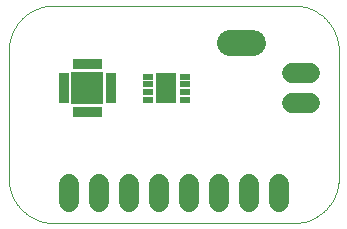
<source format=gts>
G04 EAGLE Gerber X2 export*
G75*
%MOMM*%
%FSLAX35Y35*%
%LPD*%
%AMOC8*
5,1,8,0,0,1.08239X$1,22.5*%
G01*
%ADD10C,0.076200*%
%ADD11R,2.703200X2.703200*%
%ADD12R,0.953200X0.503200*%
%ADD13R,0.503200X0.953200*%
%ADD14R,1.753200X2.603200*%
%ADD15R,0.853200X0.553200*%
%ADD16C,1.703200*%
%ADD17C,2.184400*%
%ADD18C,1.727200*%


D10*
X2413000Y1841500D02*
X381000Y1841500D01*
X0Y1460500D02*
X0Y381000D01*
X381000Y0D02*
X2413000Y0D01*
X2794000Y381000D02*
X2794000Y1460500D01*
X381000Y1841500D02*
X371794Y1841389D01*
X362593Y1841055D01*
X353402Y1840499D01*
X344228Y1839721D01*
X335076Y1838722D01*
X325950Y1837502D01*
X316856Y1836062D01*
X307800Y1834402D01*
X298786Y1832524D01*
X289821Y1830429D01*
X280908Y1828118D01*
X272055Y1825592D01*
X263265Y1822853D01*
X254543Y1819902D01*
X245896Y1816741D01*
X237327Y1813373D01*
X228842Y1809798D01*
X220446Y1806019D01*
X212144Y1802039D01*
X203940Y1797859D01*
X195840Y1793482D01*
X187848Y1788910D01*
X179969Y1784147D01*
X172207Y1779195D01*
X164567Y1774057D01*
X157054Y1768735D01*
X149671Y1763234D01*
X142423Y1757556D01*
X135315Y1751704D01*
X128350Y1745683D01*
X121533Y1739494D01*
X114867Y1733143D01*
X108357Y1726633D01*
X102006Y1719967D01*
X95817Y1713150D01*
X89796Y1706185D01*
X83944Y1699077D01*
X78266Y1691829D01*
X72765Y1684446D01*
X67443Y1676933D01*
X62305Y1669293D01*
X57353Y1661531D01*
X52590Y1653652D01*
X48018Y1645660D01*
X43641Y1637560D01*
X39461Y1629356D01*
X35481Y1621054D01*
X31702Y1612658D01*
X28127Y1604173D01*
X24759Y1595604D01*
X21598Y1586957D01*
X18647Y1578235D01*
X15908Y1569445D01*
X13382Y1560592D01*
X11071Y1551679D01*
X8976Y1542714D01*
X7098Y1533700D01*
X5438Y1524644D01*
X3998Y1515550D01*
X2778Y1506424D01*
X1779Y1497272D01*
X1001Y1488098D01*
X445Y1478907D01*
X111Y1469706D01*
X0Y1460500D01*
X2413000Y1841500D02*
X2422206Y1841389D01*
X2431407Y1841055D01*
X2440598Y1840499D01*
X2449772Y1839721D01*
X2458924Y1838722D01*
X2468050Y1837502D01*
X2477144Y1836062D01*
X2486200Y1834402D01*
X2495214Y1832524D01*
X2504179Y1830429D01*
X2513092Y1828118D01*
X2521945Y1825592D01*
X2530735Y1822853D01*
X2539457Y1819902D01*
X2548104Y1816741D01*
X2556673Y1813373D01*
X2565158Y1809798D01*
X2573554Y1806019D01*
X2581856Y1802039D01*
X2590060Y1797859D01*
X2598160Y1793482D01*
X2606152Y1788910D01*
X2614031Y1784147D01*
X2621793Y1779195D01*
X2629433Y1774057D01*
X2636946Y1768735D01*
X2644329Y1763234D01*
X2651577Y1757556D01*
X2658685Y1751704D01*
X2665650Y1745683D01*
X2672467Y1739494D01*
X2679133Y1733143D01*
X2685643Y1726633D01*
X2691994Y1719967D01*
X2698183Y1713150D01*
X2704204Y1706185D01*
X2710056Y1699077D01*
X2715734Y1691829D01*
X2721235Y1684446D01*
X2726557Y1676933D01*
X2731695Y1669293D01*
X2736647Y1661531D01*
X2741410Y1653652D01*
X2745982Y1645660D01*
X2750359Y1637560D01*
X2754539Y1629356D01*
X2758519Y1621054D01*
X2762298Y1612658D01*
X2765873Y1604173D01*
X2769241Y1595604D01*
X2772402Y1586957D01*
X2775353Y1578235D01*
X2778092Y1569445D01*
X2780618Y1560592D01*
X2782929Y1551679D01*
X2785024Y1542714D01*
X2786902Y1533700D01*
X2788562Y1524644D01*
X2790002Y1515550D01*
X2791222Y1506424D01*
X2792221Y1497272D01*
X2792999Y1488098D01*
X2793555Y1478907D01*
X2793889Y1469706D01*
X2794000Y1460500D01*
X381000Y0D02*
X371794Y111D01*
X362593Y445D01*
X353402Y1001D01*
X344228Y1779D01*
X335076Y2778D01*
X325950Y3998D01*
X316856Y5438D01*
X307800Y7098D01*
X298786Y8976D01*
X289821Y11071D01*
X280908Y13382D01*
X272055Y15908D01*
X263265Y18647D01*
X254543Y21598D01*
X245896Y24759D01*
X237327Y28127D01*
X228842Y31702D01*
X220446Y35481D01*
X212144Y39461D01*
X203940Y43641D01*
X195840Y48018D01*
X187848Y52590D01*
X179969Y57353D01*
X172207Y62305D01*
X164567Y67443D01*
X157054Y72765D01*
X149671Y78266D01*
X142423Y83944D01*
X135315Y89796D01*
X128350Y95817D01*
X121533Y102006D01*
X114867Y108357D01*
X108357Y114867D01*
X102006Y121533D01*
X95817Y128350D01*
X89796Y135315D01*
X83944Y142423D01*
X78266Y149671D01*
X72765Y157054D01*
X67443Y164567D01*
X62305Y172207D01*
X57353Y179969D01*
X52590Y187848D01*
X48018Y195840D01*
X43641Y203940D01*
X39461Y212144D01*
X35481Y220446D01*
X31702Y228842D01*
X28127Y237327D01*
X24759Y245896D01*
X21598Y254543D01*
X18647Y263265D01*
X15908Y272055D01*
X13382Y280908D01*
X11071Y289821D01*
X8976Y298786D01*
X7098Y307800D01*
X5438Y316856D01*
X3998Y325950D01*
X2778Y335076D01*
X1779Y344228D01*
X1001Y353402D01*
X445Y362593D01*
X111Y371794D01*
X0Y381000D01*
X2413000Y0D02*
X2422206Y111D01*
X2431407Y445D01*
X2440598Y1001D01*
X2449772Y1779D01*
X2458924Y2778D01*
X2468050Y3998D01*
X2477144Y5438D01*
X2486200Y7098D01*
X2495214Y8976D01*
X2504179Y11071D01*
X2513092Y13382D01*
X2521945Y15908D01*
X2530735Y18647D01*
X2539457Y21598D01*
X2548104Y24759D01*
X2556673Y28127D01*
X2565158Y31702D01*
X2573554Y35481D01*
X2581856Y39461D01*
X2590060Y43641D01*
X2598160Y48018D01*
X2606152Y52590D01*
X2614031Y57353D01*
X2621793Y62305D01*
X2629433Y67443D01*
X2636946Y72765D01*
X2644329Y78266D01*
X2651577Y83944D01*
X2658685Y89796D01*
X2665650Y95817D01*
X2672467Y102006D01*
X2679133Y108357D01*
X2685643Y114867D01*
X2691994Y121533D01*
X2698183Y128350D01*
X2704204Y135315D01*
X2710056Y142423D01*
X2715734Y149671D01*
X2721235Y157054D01*
X2726557Y164567D01*
X2731695Y172207D01*
X2736647Y179969D01*
X2741410Y187848D01*
X2745982Y195840D01*
X2750359Y203940D01*
X2754539Y212144D01*
X2758519Y220446D01*
X2762298Y228842D01*
X2765873Y237327D01*
X2769241Y245896D01*
X2772402Y254543D01*
X2775353Y263265D01*
X2778092Y272055D01*
X2780618Y280908D01*
X2782929Y289821D01*
X2785024Y298786D01*
X2786902Y307800D01*
X2788562Y316856D01*
X2790002Y325950D01*
X2791222Y335076D01*
X2792221Y344228D01*
X2792999Y353402D01*
X2793555Y362593D01*
X2793889Y371794D01*
X2794000Y381000D01*
D11*
X666750Y1143000D03*
D12*
X866750Y1243000D03*
X866750Y1193000D03*
X866750Y1143000D03*
X866750Y1093000D03*
X866750Y1043000D03*
X466750Y1043000D03*
X466750Y1093000D03*
X466750Y1143000D03*
X466750Y1193000D03*
X466750Y1243000D03*
D13*
X566750Y943000D03*
X616750Y943000D03*
X666750Y943000D03*
X716750Y943000D03*
X766750Y943000D03*
X766750Y1343000D03*
X716750Y1343000D03*
X666750Y1343000D03*
X616750Y1343000D03*
X566750Y1343000D03*
D11*
X666750Y1143000D03*
D14*
X1333500Y1143000D03*
D15*
X1178500Y1240500D03*
X1178500Y1175500D03*
X1178500Y1110500D03*
X1178500Y1045500D03*
X1488500Y1240500D03*
X1488500Y1175500D03*
X1488500Y1110500D03*
X1488500Y1045500D03*
D16*
X2401500Y1016000D02*
X2551500Y1016000D01*
X2551500Y1270000D02*
X2401500Y1270000D01*
D17*
X2067560Y1524000D02*
X1869440Y1524000D01*
D18*
X2286000Y330200D02*
X2286000Y177800D01*
X2032000Y177800D02*
X2032000Y330200D01*
X1778000Y330200D02*
X1778000Y177800D01*
X1524000Y177800D02*
X1524000Y330200D01*
X1270000Y330200D02*
X1270000Y177800D01*
X1016000Y177800D02*
X1016000Y330200D01*
X762000Y330200D02*
X762000Y177800D01*
X508000Y177800D02*
X508000Y330200D01*
M02*

</source>
